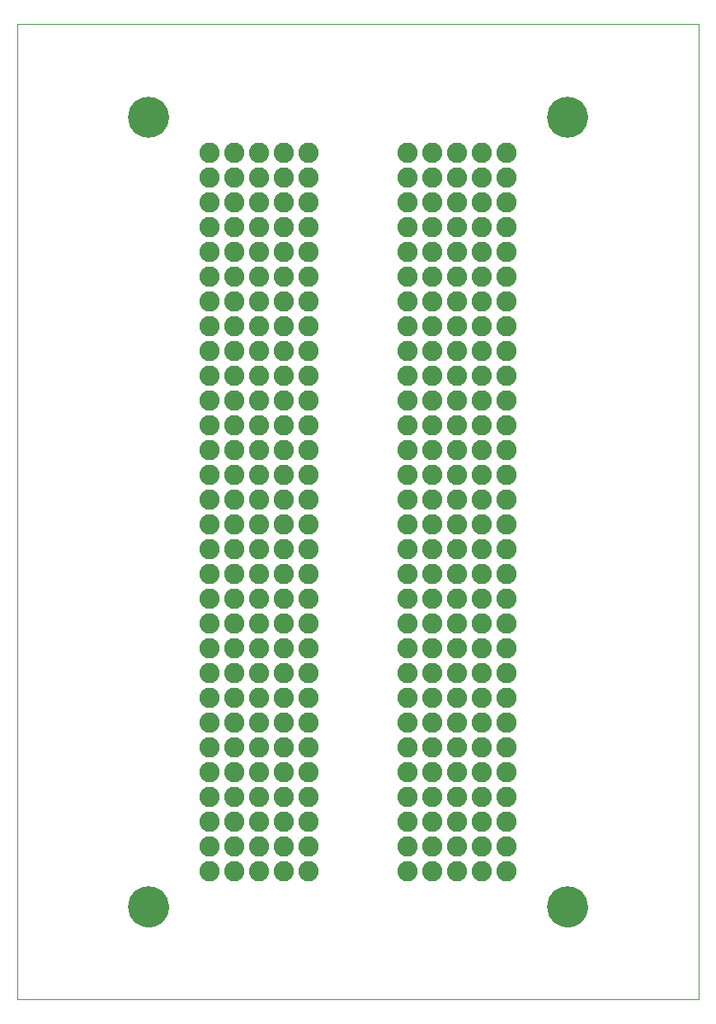
<source format=gts>
G75*
%MOIN*%
%OFA0B0*%
%FSLAX25Y25*%
%IPPOS*%
%LPD*%
%AMOC8*
5,1,8,0,0,1.08239X$1,22.5*
%
%ADD10C,0.00000*%
%ADD11C,0.16548*%
%ADD12C,0.08200*%
D10*
X0001000Y0001850D02*
X0001000Y0395551D01*
X0276591Y0395551D01*
X0276591Y0001850D01*
X0001000Y0001850D01*
X0046276Y0039252D02*
X0046278Y0039445D01*
X0046285Y0039638D01*
X0046297Y0039831D01*
X0046314Y0040024D01*
X0046335Y0040216D01*
X0046361Y0040407D01*
X0046392Y0040598D01*
X0046427Y0040788D01*
X0046467Y0040977D01*
X0046512Y0041165D01*
X0046561Y0041352D01*
X0046615Y0041538D01*
X0046673Y0041722D01*
X0046736Y0041905D01*
X0046804Y0042086D01*
X0046875Y0042265D01*
X0046952Y0042443D01*
X0047032Y0042619D01*
X0047117Y0042792D01*
X0047206Y0042964D01*
X0047299Y0043133D01*
X0047396Y0043300D01*
X0047498Y0043465D01*
X0047603Y0043627D01*
X0047712Y0043786D01*
X0047826Y0043943D01*
X0047943Y0044096D01*
X0048063Y0044247D01*
X0048188Y0044395D01*
X0048316Y0044540D01*
X0048447Y0044681D01*
X0048582Y0044820D01*
X0048721Y0044955D01*
X0048862Y0045086D01*
X0049007Y0045214D01*
X0049155Y0045339D01*
X0049306Y0045459D01*
X0049459Y0045576D01*
X0049616Y0045690D01*
X0049775Y0045799D01*
X0049937Y0045904D01*
X0050102Y0046006D01*
X0050269Y0046103D01*
X0050438Y0046196D01*
X0050610Y0046285D01*
X0050783Y0046370D01*
X0050959Y0046450D01*
X0051137Y0046527D01*
X0051316Y0046598D01*
X0051497Y0046666D01*
X0051680Y0046729D01*
X0051864Y0046787D01*
X0052050Y0046841D01*
X0052237Y0046890D01*
X0052425Y0046935D01*
X0052614Y0046975D01*
X0052804Y0047010D01*
X0052995Y0047041D01*
X0053186Y0047067D01*
X0053378Y0047088D01*
X0053571Y0047105D01*
X0053764Y0047117D01*
X0053957Y0047124D01*
X0054150Y0047126D01*
X0054343Y0047124D01*
X0054536Y0047117D01*
X0054729Y0047105D01*
X0054922Y0047088D01*
X0055114Y0047067D01*
X0055305Y0047041D01*
X0055496Y0047010D01*
X0055686Y0046975D01*
X0055875Y0046935D01*
X0056063Y0046890D01*
X0056250Y0046841D01*
X0056436Y0046787D01*
X0056620Y0046729D01*
X0056803Y0046666D01*
X0056984Y0046598D01*
X0057163Y0046527D01*
X0057341Y0046450D01*
X0057517Y0046370D01*
X0057690Y0046285D01*
X0057862Y0046196D01*
X0058031Y0046103D01*
X0058198Y0046006D01*
X0058363Y0045904D01*
X0058525Y0045799D01*
X0058684Y0045690D01*
X0058841Y0045576D01*
X0058994Y0045459D01*
X0059145Y0045339D01*
X0059293Y0045214D01*
X0059438Y0045086D01*
X0059579Y0044955D01*
X0059718Y0044820D01*
X0059853Y0044681D01*
X0059984Y0044540D01*
X0060112Y0044395D01*
X0060237Y0044247D01*
X0060357Y0044096D01*
X0060474Y0043943D01*
X0060588Y0043786D01*
X0060697Y0043627D01*
X0060802Y0043465D01*
X0060904Y0043300D01*
X0061001Y0043133D01*
X0061094Y0042964D01*
X0061183Y0042792D01*
X0061268Y0042619D01*
X0061348Y0042443D01*
X0061425Y0042265D01*
X0061496Y0042086D01*
X0061564Y0041905D01*
X0061627Y0041722D01*
X0061685Y0041538D01*
X0061739Y0041352D01*
X0061788Y0041165D01*
X0061833Y0040977D01*
X0061873Y0040788D01*
X0061908Y0040598D01*
X0061939Y0040407D01*
X0061965Y0040216D01*
X0061986Y0040024D01*
X0062003Y0039831D01*
X0062015Y0039638D01*
X0062022Y0039445D01*
X0062024Y0039252D01*
X0062022Y0039059D01*
X0062015Y0038866D01*
X0062003Y0038673D01*
X0061986Y0038480D01*
X0061965Y0038288D01*
X0061939Y0038097D01*
X0061908Y0037906D01*
X0061873Y0037716D01*
X0061833Y0037527D01*
X0061788Y0037339D01*
X0061739Y0037152D01*
X0061685Y0036966D01*
X0061627Y0036782D01*
X0061564Y0036599D01*
X0061496Y0036418D01*
X0061425Y0036239D01*
X0061348Y0036061D01*
X0061268Y0035885D01*
X0061183Y0035712D01*
X0061094Y0035540D01*
X0061001Y0035371D01*
X0060904Y0035204D01*
X0060802Y0035039D01*
X0060697Y0034877D01*
X0060588Y0034718D01*
X0060474Y0034561D01*
X0060357Y0034408D01*
X0060237Y0034257D01*
X0060112Y0034109D01*
X0059984Y0033964D01*
X0059853Y0033823D01*
X0059718Y0033684D01*
X0059579Y0033549D01*
X0059438Y0033418D01*
X0059293Y0033290D01*
X0059145Y0033165D01*
X0058994Y0033045D01*
X0058841Y0032928D01*
X0058684Y0032814D01*
X0058525Y0032705D01*
X0058363Y0032600D01*
X0058198Y0032498D01*
X0058031Y0032401D01*
X0057862Y0032308D01*
X0057690Y0032219D01*
X0057517Y0032134D01*
X0057341Y0032054D01*
X0057163Y0031977D01*
X0056984Y0031906D01*
X0056803Y0031838D01*
X0056620Y0031775D01*
X0056436Y0031717D01*
X0056250Y0031663D01*
X0056063Y0031614D01*
X0055875Y0031569D01*
X0055686Y0031529D01*
X0055496Y0031494D01*
X0055305Y0031463D01*
X0055114Y0031437D01*
X0054922Y0031416D01*
X0054729Y0031399D01*
X0054536Y0031387D01*
X0054343Y0031380D01*
X0054150Y0031378D01*
X0053957Y0031380D01*
X0053764Y0031387D01*
X0053571Y0031399D01*
X0053378Y0031416D01*
X0053186Y0031437D01*
X0052995Y0031463D01*
X0052804Y0031494D01*
X0052614Y0031529D01*
X0052425Y0031569D01*
X0052237Y0031614D01*
X0052050Y0031663D01*
X0051864Y0031717D01*
X0051680Y0031775D01*
X0051497Y0031838D01*
X0051316Y0031906D01*
X0051137Y0031977D01*
X0050959Y0032054D01*
X0050783Y0032134D01*
X0050610Y0032219D01*
X0050438Y0032308D01*
X0050269Y0032401D01*
X0050102Y0032498D01*
X0049937Y0032600D01*
X0049775Y0032705D01*
X0049616Y0032814D01*
X0049459Y0032928D01*
X0049306Y0033045D01*
X0049155Y0033165D01*
X0049007Y0033290D01*
X0048862Y0033418D01*
X0048721Y0033549D01*
X0048582Y0033684D01*
X0048447Y0033823D01*
X0048316Y0033964D01*
X0048188Y0034109D01*
X0048063Y0034257D01*
X0047943Y0034408D01*
X0047826Y0034561D01*
X0047712Y0034718D01*
X0047603Y0034877D01*
X0047498Y0035039D01*
X0047396Y0035204D01*
X0047299Y0035371D01*
X0047206Y0035540D01*
X0047117Y0035712D01*
X0047032Y0035885D01*
X0046952Y0036061D01*
X0046875Y0036239D01*
X0046804Y0036418D01*
X0046736Y0036599D01*
X0046673Y0036782D01*
X0046615Y0036966D01*
X0046561Y0037152D01*
X0046512Y0037339D01*
X0046467Y0037527D01*
X0046427Y0037716D01*
X0046392Y0037906D01*
X0046361Y0038097D01*
X0046335Y0038288D01*
X0046314Y0038480D01*
X0046297Y0038673D01*
X0046285Y0038866D01*
X0046278Y0039059D01*
X0046276Y0039252D01*
X0215567Y0039252D02*
X0215569Y0039445D01*
X0215576Y0039638D01*
X0215588Y0039831D01*
X0215605Y0040024D01*
X0215626Y0040216D01*
X0215652Y0040407D01*
X0215683Y0040598D01*
X0215718Y0040788D01*
X0215758Y0040977D01*
X0215803Y0041165D01*
X0215852Y0041352D01*
X0215906Y0041538D01*
X0215964Y0041722D01*
X0216027Y0041905D01*
X0216095Y0042086D01*
X0216166Y0042265D01*
X0216243Y0042443D01*
X0216323Y0042619D01*
X0216408Y0042792D01*
X0216497Y0042964D01*
X0216590Y0043133D01*
X0216687Y0043300D01*
X0216789Y0043465D01*
X0216894Y0043627D01*
X0217003Y0043786D01*
X0217117Y0043943D01*
X0217234Y0044096D01*
X0217354Y0044247D01*
X0217479Y0044395D01*
X0217607Y0044540D01*
X0217738Y0044681D01*
X0217873Y0044820D01*
X0218012Y0044955D01*
X0218153Y0045086D01*
X0218298Y0045214D01*
X0218446Y0045339D01*
X0218597Y0045459D01*
X0218750Y0045576D01*
X0218907Y0045690D01*
X0219066Y0045799D01*
X0219228Y0045904D01*
X0219393Y0046006D01*
X0219560Y0046103D01*
X0219729Y0046196D01*
X0219901Y0046285D01*
X0220074Y0046370D01*
X0220250Y0046450D01*
X0220428Y0046527D01*
X0220607Y0046598D01*
X0220788Y0046666D01*
X0220971Y0046729D01*
X0221155Y0046787D01*
X0221341Y0046841D01*
X0221528Y0046890D01*
X0221716Y0046935D01*
X0221905Y0046975D01*
X0222095Y0047010D01*
X0222286Y0047041D01*
X0222477Y0047067D01*
X0222669Y0047088D01*
X0222862Y0047105D01*
X0223055Y0047117D01*
X0223248Y0047124D01*
X0223441Y0047126D01*
X0223634Y0047124D01*
X0223827Y0047117D01*
X0224020Y0047105D01*
X0224213Y0047088D01*
X0224405Y0047067D01*
X0224596Y0047041D01*
X0224787Y0047010D01*
X0224977Y0046975D01*
X0225166Y0046935D01*
X0225354Y0046890D01*
X0225541Y0046841D01*
X0225727Y0046787D01*
X0225911Y0046729D01*
X0226094Y0046666D01*
X0226275Y0046598D01*
X0226454Y0046527D01*
X0226632Y0046450D01*
X0226808Y0046370D01*
X0226981Y0046285D01*
X0227153Y0046196D01*
X0227322Y0046103D01*
X0227489Y0046006D01*
X0227654Y0045904D01*
X0227816Y0045799D01*
X0227975Y0045690D01*
X0228132Y0045576D01*
X0228285Y0045459D01*
X0228436Y0045339D01*
X0228584Y0045214D01*
X0228729Y0045086D01*
X0228870Y0044955D01*
X0229009Y0044820D01*
X0229144Y0044681D01*
X0229275Y0044540D01*
X0229403Y0044395D01*
X0229528Y0044247D01*
X0229648Y0044096D01*
X0229765Y0043943D01*
X0229879Y0043786D01*
X0229988Y0043627D01*
X0230093Y0043465D01*
X0230195Y0043300D01*
X0230292Y0043133D01*
X0230385Y0042964D01*
X0230474Y0042792D01*
X0230559Y0042619D01*
X0230639Y0042443D01*
X0230716Y0042265D01*
X0230787Y0042086D01*
X0230855Y0041905D01*
X0230918Y0041722D01*
X0230976Y0041538D01*
X0231030Y0041352D01*
X0231079Y0041165D01*
X0231124Y0040977D01*
X0231164Y0040788D01*
X0231199Y0040598D01*
X0231230Y0040407D01*
X0231256Y0040216D01*
X0231277Y0040024D01*
X0231294Y0039831D01*
X0231306Y0039638D01*
X0231313Y0039445D01*
X0231315Y0039252D01*
X0231313Y0039059D01*
X0231306Y0038866D01*
X0231294Y0038673D01*
X0231277Y0038480D01*
X0231256Y0038288D01*
X0231230Y0038097D01*
X0231199Y0037906D01*
X0231164Y0037716D01*
X0231124Y0037527D01*
X0231079Y0037339D01*
X0231030Y0037152D01*
X0230976Y0036966D01*
X0230918Y0036782D01*
X0230855Y0036599D01*
X0230787Y0036418D01*
X0230716Y0036239D01*
X0230639Y0036061D01*
X0230559Y0035885D01*
X0230474Y0035712D01*
X0230385Y0035540D01*
X0230292Y0035371D01*
X0230195Y0035204D01*
X0230093Y0035039D01*
X0229988Y0034877D01*
X0229879Y0034718D01*
X0229765Y0034561D01*
X0229648Y0034408D01*
X0229528Y0034257D01*
X0229403Y0034109D01*
X0229275Y0033964D01*
X0229144Y0033823D01*
X0229009Y0033684D01*
X0228870Y0033549D01*
X0228729Y0033418D01*
X0228584Y0033290D01*
X0228436Y0033165D01*
X0228285Y0033045D01*
X0228132Y0032928D01*
X0227975Y0032814D01*
X0227816Y0032705D01*
X0227654Y0032600D01*
X0227489Y0032498D01*
X0227322Y0032401D01*
X0227153Y0032308D01*
X0226981Y0032219D01*
X0226808Y0032134D01*
X0226632Y0032054D01*
X0226454Y0031977D01*
X0226275Y0031906D01*
X0226094Y0031838D01*
X0225911Y0031775D01*
X0225727Y0031717D01*
X0225541Y0031663D01*
X0225354Y0031614D01*
X0225166Y0031569D01*
X0224977Y0031529D01*
X0224787Y0031494D01*
X0224596Y0031463D01*
X0224405Y0031437D01*
X0224213Y0031416D01*
X0224020Y0031399D01*
X0223827Y0031387D01*
X0223634Y0031380D01*
X0223441Y0031378D01*
X0223248Y0031380D01*
X0223055Y0031387D01*
X0222862Y0031399D01*
X0222669Y0031416D01*
X0222477Y0031437D01*
X0222286Y0031463D01*
X0222095Y0031494D01*
X0221905Y0031529D01*
X0221716Y0031569D01*
X0221528Y0031614D01*
X0221341Y0031663D01*
X0221155Y0031717D01*
X0220971Y0031775D01*
X0220788Y0031838D01*
X0220607Y0031906D01*
X0220428Y0031977D01*
X0220250Y0032054D01*
X0220074Y0032134D01*
X0219901Y0032219D01*
X0219729Y0032308D01*
X0219560Y0032401D01*
X0219393Y0032498D01*
X0219228Y0032600D01*
X0219066Y0032705D01*
X0218907Y0032814D01*
X0218750Y0032928D01*
X0218597Y0033045D01*
X0218446Y0033165D01*
X0218298Y0033290D01*
X0218153Y0033418D01*
X0218012Y0033549D01*
X0217873Y0033684D01*
X0217738Y0033823D01*
X0217607Y0033964D01*
X0217479Y0034109D01*
X0217354Y0034257D01*
X0217234Y0034408D01*
X0217117Y0034561D01*
X0217003Y0034718D01*
X0216894Y0034877D01*
X0216789Y0035039D01*
X0216687Y0035204D01*
X0216590Y0035371D01*
X0216497Y0035540D01*
X0216408Y0035712D01*
X0216323Y0035885D01*
X0216243Y0036061D01*
X0216166Y0036239D01*
X0216095Y0036418D01*
X0216027Y0036599D01*
X0215964Y0036782D01*
X0215906Y0036966D01*
X0215852Y0037152D01*
X0215803Y0037339D01*
X0215758Y0037527D01*
X0215718Y0037716D01*
X0215683Y0037906D01*
X0215652Y0038097D01*
X0215626Y0038288D01*
X0215605Y0038480D01*
X0215588Y0038673D01*
X0215576Y0038866D01*
X0215569Y0039059D01*
X0215567Y0039252D01*
X0215567Y0358149D02*
X0215569Y0358342D01*
X0215576Y0358535D01*
X0215588Y0358728D01*
X0215605Y0358921D01*
X0215626Y0359113D01*
X0215652Y0359304D01*
X0215683Y0359495D01*
X0215718Y0359685D01*
X0215758Y0359874D01*
X0215803Y0360062D01*
X0215852Y0360249D01*
X0215906Y0360435D01*
X0215964Y0360619D01*
X0216027Y0360802D01*
X0216095Y0360983D01*
X0216166Y0361162D01*
X0216243Y0361340D01*
X0216323Y0361516D01*
X0216408Y0361689D01*
X0216497Y0361861D01*
X0216590Y0362030D01*
X0216687Y0362197D01*
X0216789Y0362362D01*
X0216894Y0362524D01*
X0217003Y0362683D01*
X0217117Y0362840D01*
X0217234Y0362993D01*
X0217354Y0363144D01*
X0217479Y0363292D01*
X0217607Y0363437D01*
X0217738Y0363578D01*
X0217873Y0363717D01*
X0218012Y0363852D01*
X0218153Y0363983D01*
X0218298Y0364111D01*
X0218446Y0364236D01*
X0218597Y0364356D01*
X0218750Y0364473D01*
X0218907Y0364587D01*
X0219066Y0364696D01*
X0219228Y0364801D01*
X0219393Y0364903D01*
X0219560Y0365000D01*
X0219729Y0365093D01*
X0219901Y0365182D01*
X0220074Y0365267D01*
X0220250Y0365347D01*
X0220428Y0365424D01*
X0220607Y0365495D01*
X0220788Y0365563D01*
X0220971Y0365626D01*
X0221155Y0365684D01*
X0221341Y0365738D01*
X0221528Y0365787D01*
X0221716Y0365832D01*
X0221905Y0365872D01*
X0222095Y0365907D01*
X0222286Y0365938D01*
X0222477Y0365964D01*
X0222669Y0365985D01*
X0222862Y0366002D01*
X0223055Y0366014D01*
X0223248Y0366021D01*
X0223441Y0366023D01*
X0223634Y0366021D01*
X0223827Y0366014D01*
X0224020Y0366002D01*
X0224213Y0365985D01*
X0224405Y0365964D01*
X0224596Y0365938D01*
X0224787Y0365907D01*
X0224977Y0365872D01*
X0225166Y0365832D01*
X0225354Y0365787D01*
X0225541Y0365738D01*
X0225727Y0365684D01*
X0225911Y0365626D01*
X0226094Y0365563D01*
X0226275Y0365495D01*
X0226454Y0365424D01*
X0226632Y0365347D01*
X0226808Y0365267D01*
X0226981Y0365182D01*
X0227153Y0365093D01*
X0227322Y0365000D01*
X0227489Y0364903D01*
X0227654Y0364801D01*
X0227816Y0364696D01*
X0227975Y0364587D01*
X0228132Y0364473D01*
X0228285Y0364356D01*
X0228436Y0364236D01*
X0228584Y0364111D01*
X0228729Y0363983D01*
X0228870Y0363852D01*
X0229009Y0363717D01*
X0229144Y0363578D01*
X0229275Y0363437D01*
X0229403Y0363292D01*
X0229528Y0363144D01*
X0229648Y0362993D01*
X0229765Y0362840D01*
X0229879Y0362683D01*
X0229988Y0362524D01*
X0230093Y0362362D01*
X0230195Y0362197D01*
X0230292Y0362030D01*
X0230385Y0361861D01*
X0230474Y0361689D01*
X0230559Y0361516D01*
X0230639Y0361340D01*
X0230716Y0361162D01*
X0230787Y0360983D01*
X0230855Y0360802D01*
X0230918Y0360619D01*
X0230976Y0360435D01*
X0231030Y0360249D01*
X0231079Y0360062D01*
X0231124Y0359874D01*
X0231164Y0359685D01*
X0231199Y0359495D01*
X0231230Y0359304D01*
X0231256Y0359113D01*
X0231277Y0358921D01*
X0231294Y0358728D01*
X0231306Y0358535D01*
X0231313Y0358342D01*
X0231315Y0358149D01*
X0231313Y0357956D01*
X0231306Y0357763D01*
X0231294Y0357570D01*
X0231277Y0357377D01*
X0231256Y0357185D01*
X0231230Y0356994D01*
X0231199Y0356803D01*
X0231164Y0356613D01*
X0231124Y0356424D01*
X0231079Y0356236D01*
X0231030Y0356049D01*
X0230976Y0355863D01*
X0230918Y0355679D01*
X0230855Y0355496D01*
X0230787Y0355315D01*
X0230716Y0355136D01*
X0230639Y0354958D01*
X0230559Y0354782D01*
X0230474Y0354609D01*
X0230385Y0354437D01*
X0230292Y0354268D01*
X0230195Y0354101D01*
X0230093Y0353936D01*
X0229988Y0353774D01*
X0229879Y0353615D01*
X0229765Y0353458D01*
X0229648Y0353305D01*
X0229528Y0353154D01*
X0229403Y0353006D01*
X0229275Y0352861D01*
X0229144Y0352720D01*
X0229009Y0352581D01*
X0228870Y0352446D01*
X0228729Y0352315D01*
X0228584Y0352187D01*
X0228436Y0352062D01*
X0228285Y0351942D01*
X0228132Y0351825D01*
X0227975Y0351711D01*
X0227816Y0351602D01*
X0227654Y0351497D01*
X0227489Y0351395D01*
X0227322Y0351298D01*
X0227153Y0351205D01*
X0226981Y0351116D01*
X0226808Y0351031D01*
X0226632Y0350951D01*
X0226454Y0350874D01*
X0226275Y0350803D01*
X0226094Y0350735D01*
X0225911Y0350672D01*
X0225727Y0350614D01*
X0225541Y0350560D01*
X0225354Y0350511D01*
X0225166Y0350466D01*
X0224977Y0350426D01*
X0224787Y0350391D01*
X0224596Y0350360D01*
X0224405Y0350334D01*
X0224213Y0350313D01*
X0224020Y0350296D01*
X0223827Y0350284D01*
X0223634Y0350277D01*
X0223441Y0350275D01*
X0223248Y0350277D01*
X0223055Y0350284D01*
X0222862Y0350296D01*
X0222669Y0350313D01*
X0222477Y0350334D01*
X0222286Y0350360D01*
X0222095Y0350391D01*
X0221905Y0350426D01*
X0221716Y0350466D01*
X0221528Y0350511D01*
X0221341Y0350560D01*
X0221155Y0350614D01*
X0220971Y0350672D01*
X0220788Y0350735D01*
X0220607Y0350803D01*
X0220428Y0350874D01*
X0220250Y0350951D01*
X0220074Y0351031D01*
X0219901Y0351116D01*
X0219729Y0351205D01*
X0219560Y0351298D01*
X0219393Y0351395D01*
X0219228Y0351497D01*
X0219066Y0351602D01*
X0218907Y0351711D01*
X0218750Y0351825D01*
X0218597Y0351942D01*
X0218446Y0352062D01*
X0218298Y0352187D01*
X0218153Y0352315D01*
X0218012Y0352446D01*
X0217873Y0352581D01*
X0217738Y0352720D01*
X0217607Y0352861D01*
X0217479Y0353006D01*
X0217354Y0353154D01*
X0217234Y0353305D01*
X0217117Y0353458D01*
X0217003Y0353615D01*
X0216894Y0353774D01*
X0216789Y0353936D01*
X0216687Y0354101D01*
X0216590Y0354268D01*
X0216497Y0354437D01*
X0216408Y0354609D01*
X0216323Y0354782D01*
X0216243Y0354958D01*
X0216166Y0355136D01*
X0216095Y0355315D01*
X0216027Y0355496D01*
X0215964Y0355679D01*
X0215906Y0355863D01*
X0215852Y0356049D01*
X0215803Y0356236D01*
X0215758Y0356424D01*
X0215718Y0356613D01*
X0215683Y0356803D01*
X0215652Y0356994D01*
X0215626Y0357185D01*
X0215605Y0357377D01*
X0215588Y0357570D01*
X0215576Y0357763D01*
X0215569Y0357956D01*
X0215567Y0358149D01*
X0046276Y0358149D02*
X0046278Y0358342D01*
X0046285Y0358535D01*
X0046297Y0358728D01*
X0046314Y0358921D01*
X0046335Y0359113D01*
X0046361Y0359304D01*
X0046392Y0359495D01*
X0046427Y0359685D01*
X0046467Y0359874D01*
X0046512Y0360062D01*
X0046561Y0360249D01*
X0046615Y0360435D01*
X0046673Y0360619D01*
X0046736Y0360802D01*
X0046804Y0360983D01*
X0046875Y0361162D01*
X0046952Y0361340D01*
X0047032Y0361516D01*
X0047117Y0361689D01*
X0047206Y0361861D01*
X0047299Y0362030D01*
X0047396Y0362197D01*
X0047498Y0362362D01*
X0047603Y0362524D01*
X0047712Y0362683D01*
X0047826Y0362840D01*
X0047943Y0362993D01*
X0048063Y0363144D01*
X0048188Y0363292D01*
X0048316Y0363437D01*
X0048447Y0363578D01*
X0048582Y0363717D01*
X0048721Y0363852D01*
X0048862Y0363983D01*
X0049007Y0364111D01*
X0049155Y0364236D01*
X0049306Y0364356D01*
X0049459Y0364473D01*
X0049616Y0364587D01*
X0049775Y0364696D01*
X0049937Y0364801D01*
X0050102Y0364903D01*
X0050269Y0365000D01*
X0050438Y0365093D01*
X0050610Y0365182D01*
X0050783Y0365267D01*
X0050959Y0365347D01*
X0051137Y0365424D01*
X0051316Y0365495D01*
X0051497Y0365563D01*
X0051680Y0365626D01*
X0051864Y0365684D01*
X0052050Y0365738D01*
X0052237Y0365787D01*
X0052425Y0365832D01*
X0052614Y0365872D01*
X0052804Y0365907D01*
X0052995Y0365938D01*
X0053186Y0365964D01*
X0053378Y0365985D01*
X0053571Y0366002D01*
X0053764Y0366014D01*
X0053957Y0366021D01*
X0054150Y0366023D01*
X0054343Y0366021D01*
X0054536Y0366014D01*
X0054729Y0366002D01*
X0054922Y0365985D01*
X0055114Y0365964D01*
X0055305Y0365938D01*
X0055496Y0365907D01*
X0055686Y0365872D01*
X0055875Y0365832D01*
X0056063Y0365787D01*
X0056250Y0365738D01*
X0056436Y0365684D01*
X0056620Y0365626D01*
X0056803Y0365563D01*
X0056984Y0365495D01*
X0057163Y0365424D01*
X0057341Y0365347D01*
X0057517Y0365267D01*
X0057690Y0365182D01*
X0057862Y0365093D01*
X0058031Y0365000D01*
X0058198Y0364903D01*
X0058363Y0364801D01*
X0058525Y0364696D01*
X0058684Y0364587D01*
X0058841Y0364473D01*
X0058994Y0364356D01*
X0059145Y0364236D01*
X0059293Y0364111D01*
X0059438Y0363983D01*
X0059579Y0363852D01*
X0059718Y0363717D01*
X0059853Y0363578D01*
X0059984Y0363437D01*
X0060112Y0363292D01*
X0060237Y0363144D01*
X0060357Y0362993D01*
X0060474Y0362840D01*
X0060588Y0362683D01*
X0060697Y0362524D01*
X0060802Y0362362D01*
X0060904Y0362197D01*
X0061001Y0362030D01*
X0061094Y0361861D01*
X0061183Y0361689D01*
X0061268Y0361516D01*
X0061348Y0361340D01*
X0061425Y0361162D01*
X0061496Y0360983D01*
X0061564Y0360802D01*
X0061627Y0360619D01*
X0061685Y0360435D01*
X0061739Y0360249D01*
X0061788Y0360062D01*
X0061833Y0359874D01*
X0061873Y0359685D01*
X0061908Y0359495D01*
X0061939Y0359304D01*
X0061965Y0359113D01*
X0061986Y0358921D01*
X0062003Y0358728D01*
X0062015Y0358535D01*
X0062022Y0358342D01*
X0062024Y0358149D01*
X0062022Y0357956D01*
X0062015Y0357763D01*
X0062003Y0357570D01*
X0061986Y0357377D01*
X0061965Y0357185D01*
X0061939Y0356994D01*
X0061908Y0356803D01*
X0061873Y0356613D01*
X0061833Y0356424D01*
X0061788Y0356236D01*
X0061739Y0356049D01*
X0061685Y0355863D01*
X0061627Y0355679D01*
X0061564Y0355496D01*
X0061496Y0355315D01*
X0061425Y0355136D01*
X0061348Y0354958D01*
X0061268Y0354782D01*
X0061183Y0354609D01*
X0061094Y0354437D01*
X0061001Y0354268D01*
X0060904Y0354101D01*
X0060802Y0353936D01*
X0060697Y0353774D01*
X0060588Y0353615D01*
X0060474Y0353458D01*
X0060357Y0353305D01*
X0060237Y0353154D01*
X0060112Y0353006D01*
X0059984Y0352861D01*
X0059853Y0352720D01*
X0059718Y0352581D01*
X0059579Y0352446D01*
X0059438Y0352315D01*
X0059293Y0352187D01*
X0059145Y0352062D01*
X0058994Y0351942D01*
X0058841Y0351825D01*
X0058684Y0351711D01*
X0058525Y0351602D01*
X0058363Y0351497D01*
X0058198Y0351395D01*
X0058031Y0351298D01*
X0057862Y0351205D01*
X0057690Y0351116D01*
X0057517Y0351031D01*
X0057341Y0350951D01*
X0057163Y0350874D01*
X0056984Y0350803D01*
X0056803Y0350735D01*
X0056620Y0350672D01*
X0056436Y0350614D01*
X0056250Y0350560D01*
X0056063Y0350511D01*
X0055875Y0350466D01*
X0055686Y0350426D01*
X0055496Y0350391D01*
X0055305Y0350360D01*
X0055114Y0350334D01*
X0054922Y0350313D01*
X0054729Y0350296D01*
X0054536Y0350284D01*
X0054343Y0350277D01*
X0054150Y0350275D01*
X0053957Y0350277D01*
X0053764Y0350284D01*
X0053571Y0350296D01*
X0053378Y0350313D01*
X0053186Y0350334D01*
X0052995Y0350360D01*
X0052804Y0350391D01*
X0052614Y0350426D01*
X0052425Y0350466D01*
X0052237Y0350511D01*
X0052050Y0350560D01*
X0051864Y0350614D01*
X0051680Y0350672D01*
X0051497Y0350735D01*
X0051316Y0350803D01*
X0051137Y0350874D01*
X0050959Y0350951D01*
X0050783Y0351031D01*
X0050610Y0351116D01*
X0050438Y0351205D01*
X0050269Y0351298D01*
X0050102Y0351395D01*
X0049937Y0351497D01*
X0049775Y0351602D01*
X0049616Y0351711D01*
X0049459Y0351825D01*
X0049306Y0351942D01*
X0049155Y0352062D01*
X0049007Y0352187D01*
X0048862Y0352315D01*
X0048721Y0352446D01*
X0048582Y0352581D01*
X0048447Y0352720D01*
X0048316Y0352861D01*
X0048188Y0353006D01*
X0048063Y0353154D01*
X0047943Y0353305D01*
X0047826Y0353458D01*
X0047712Y0353615D01*
X0047603Y0353774D01*
X0047498Y0353936D01*
X0047396Y0354101D01*
X0047299Y0354268D01*
X0047206Y0354437D01*
X0047117Y0354609D01*
X0047032Y0354782D01*
X0046952Y0354958D01*
X0046875Y0355136D01*
X0046804Y0355315D01*
X0046736Y0355496D01*
X0046673Y0355679D01*
X0046615Y0355863D01*
X0046561Y0356049D01*
X0046512Y0356236D01*
X0046467Y0356424D01*
X0046427Y0356613D01*
X0046392Y0356803D01*
X0046361Y0356994D01*
X0046335Y0357185D01*
X0046314Y0357377D01*
X0046297Y0357570D01*
X0046285Y0357763D01*
X0046278Y0357956D01*
X0046276Y0358149D01*
D11*
X0054150Y0358149D03*
X0223441Y0358149D03*
X0223441Y0039252D03*
X0054150Y0039252D03*
D12*
X0078795Y0053700D03*
X0088795Y0053700D03*
X0088795Y0063700D03*
X0088795Y0073700D03*
X0078795Y0073700D03*
X0078795Y0063700D03*
X0078795Y0083700D03*
X0078795Y0093700D03*
X0088795Y0093700D03*
X0088795Y0083700D03*
X0098795Y0083700D03*
X0098795Y0093700D03*
X0098795Y0103700D03*
X0098795Y0113700D03*
X0098795Y0123700D03*
X0098795Y0133700D03*
X0098795Y0143700D03*
X0098795Y0153700D03*
X0098795Y0163700D03*
X0098795Y0173700D03*
X0098795Y0183700D03*
X0098795Y0193700D03*
X0098795Y0203700D03*
X0098795Y0213700D03*
X0098795Y0223700D03*
X0098795Y0233700D03*
X0098795Y0243700D03*
X0098795Y0253700D03*
X0098795Y0263700D03*
X0098795Y0273700D03*
X0098795Y0283700D03*
X0098795Y0293700D03*
X0098795Y0303700D03*
X0098795Y0313700D03*
X0098795Y0323700D03*
X0098795Y0333700D03*
X0098795Y0343700D03*
X0088795Y0343700D03*
X0088795Y0333700D03*
X0088795Y0323700D03*
X0088795Y0313700D03*
X0088795Y0303700D03*
X0088795Y0293700D03*
X0088795Y0283700D03*
X0088795Y0273700D03*
X0088795Y0263700D03*
X0088795Y0253700D03*
X0088795Y0243700D03*
X0088795Y0233700D03*
X0088795Y0223700D03*
X0088795Y0213700D03*
X0088795Y0203700D03*
X0088795Y0193700D03*
X0088795Y0183700D03*
X0088795Y0173700D03*
X0088795Y0163700D03*
X0088795Y0153700D03*
X0088795Y0143700D03*
X0088795Y0133700D03*
X0088795Y0123700D03*
X0088795Y0113700D03*
X0088795Y0103700D03*
X0078795Y0103700D03*
X0078795Y0113700D03*
X0078795Y0123700D03*
X0078795Y0133700D03*
X0078795Y0143700D03*
X0078795Y0153700D03*
X0078795Y0163700D03*
X0078795Y0173700D03*
X0078795Y0183700D03*
X0078795Y0193700D03*
X0078795Y0203700D03*
X0078795Y0213700D03*
X0078795Y0223700D03*
X0078795Y0233700D03*
X0078795Y0243700D03*
X0078795Y0253700D03*
X0078795Y0263700D03*
X0078795Y0273700D03*
X0078795Y0283700D03*
X0078795Y0293700D03*
X0078795Y0303700D03*
X0078795Y0313700D03*
X0078795Y0323700D03*
X0078795Y0333700D03*
X0078795Y0343700D03*
X0108795Y0343700D03*
X0108795Y0333700D03*
X0108795Y0323700D03*
X0108795Y0313700D03*
X0108795Y0303700D03*
X0108795Y0293700D03*
X0108795Y0283700D03*
X0108795Y0273700D03*
X0108795Y0263700D03*
X0108795Y0253700D03*
X0108795Y0243700D03*
X0108795Y0233700D03*
X0108795Y0223700D03*
X0108795Y0213700D03*
X0108795Y0203700D03*
X0108795Y0193700D03*
X0108795Y0183700D03*
X0108795Y0173700D03*
X0108795Y0163700D03*
X0108795Y0153700D03*
X0108795Y0143700D03*
X0108795Y0133700D03*
X0108795Y0123700D03*
X0108795Y0113700D03*
X0108795Y0103700D03*
X0108795Y0093700D03*
X0108795Y0083700D03*
X0108795Y0073700D03*
X0108795Y0063700D03*
X0108795Y0053700D03*
X0118795Y0053700D03*
X0118795Y0063700D03*
X0118795Y0073700D03*
X0118795Y0083700D03*
X0118795Y0093700D03*
X0118795Y0103700D03*
X0118795Y0113700D03*
X0118795Y0123700D03*
X0118795Y0133700D03*
X0118795Y0143700D03*
X0118795Y0153700D03*
X0118795Y0163700D03*
X0118795Y0173700D03*
X0118795Y0183700D03*
X0118795Y0193700D03*
X0118795Y0203700D03*
X0118795Y0213700D03*
X0118795Y0223700D03*
X0118795Y0233700D03*
X0118795Y0243700D03*
X0118795Y0253700D03*
X0118795Y0263700D03*
X0118795Y0273700D03*
X0118795Y0283700D03*
X0118795Y0293700D03*
X0118795Y0303700D03*
X0118795Y0313700D03*
X0118795Y0323700D03*
X0118795Y0333700D03*
X0118795Y0343700D03*
X0158795Y0343700D03*
X0158795Y0333700D03*
X0158795Y0323700D03*
X0158795Y0313700D03*
X0158795Y0303700D03*
X0158795Y0293700D03*
X0158795Y0283700D03*
X0158795Y0273700D03*
X0158795Y0263700D03*
X0158795Y0253700D03*
X0158795Y0243700D03*
X0158795Y0233700D03*
X0158795Y0223700D03*
X0158795Y0213700D03*
X0158795Y0203700D03*
X0158795Y0193700D03*
X0158795Y0183700D03*
X0158795Y0173700D03*
X0158795Y0163700D03*
X0158795Y0153700D03*
X0158795Y0143700D03*
X0158795Y0133700D03*
X0158795Y0123700D03*
X0158795Y0113700D03*
X0158795Y0103700D03*
X0158795Y0093700D03*
X0158795Y0083700D03*
X0158795Y0073700D03*
X0158795Y0063700D03*
X0158795Y0053700D03*
X0168795Y0053700D03*
X0168795Y0063700D03*
X0168795Y0073700D03*
X0168795Y0083700D03*
X0168795Y0093700D03*
X0168795Y0103700D03*
X0168795Y0113700D03*
X0168795Y0123700D03*
X0168795Y0133700D03*
X0168795Y0143700D03*
X0168795Y0153700D03*
X0168795Y0163700D03*
X0168795Y0173700D03*
X0168795Y0183700D03*
X0168795Y0193700D03*
X0168795Y0203700D03*
X0168795Y0213700D03*
X0168795Y0223700D03*
X0168795Y0233700D03*
X0168795Y0243700D03*
X0168795Y0253700D03*
X0168795Y0263700D03*
X0168795Y0273700D03*
X0168795Y0283700D03*
X0168795Y0293700D03*
X0168795Y0303700D03*
X0168795Y0313700D03*
X0168795Y0323700D03*
X0168795Y0333700D03*
X0168795Y0343700D03*
X0178795Y0343700D03*
X0178795Y0333700D03*
X0178795Y0323700D03*
X0178795Y0313700D03*
X0178795Y0303700D03*
X0178795Y0293700D03*
X0178795Y0283700D03*
X0178795Y0273700D03*
X0178795Y0263700D03*
X0178795Y0253700D03*
X0178795Y0243700D03*
X0178795Y0233700D03*
X0178795Y0223700D03*
X0178795Y0213700D03*
X0178795Y0203700D03*
X0178795Y0193700D03*
X0178795Y0183700D03*
X0178795Y0173700D03*
X0178795Y0163700D03*
X0178795Y0153700D03*
X0178795Y0143700D03*
X0178795Y0133700D03*
X0178795Y0123700D03*
X0178795Y0113700D03*
X0178795Y0103700D03*
X0178795Y0093700D03*
X0178795Y0083700D03*
X0178795Y0073700D03*
X0178795Y0063700D03*
X0178795Y0053700D03*
X0188795Y0053700D03*
X0188795Y0063700D03*
X0188795Y0073700D03*
X0188795Y0083700D03*
X0188795Y0093700D03*
X0188795Y0103700D03*
X0188795Y0113700D03*
X0188795Y0123700D03*
X0188795Y0133700D03*
X0188795Y0143700D03*
X0188795Y0153700D03*
X0188795Y0163700D03*
X0188795Y0173700D03*
X0188795Y0183700D03*
X0188795Y0193700D03*
X0188795Y0203700D03*
X0188795Y0213700D03*
X0188795Y0223700D03*
X0188795Y0233700D03*
X0188795Y0243700D03*
X0188795Y0253700D03*
X0188795Y0263700D03*
X0188795Y0273700D03*
X0188795Y0283700D03*
X0188795Y0293700D03*
X0188795Y0303700D03*
X0188795Y0313700D03*
X0188795Y0323700D03*
X0188795Y0333700D03*
X0188795Y0343700D03*
X0198795Y0343700D03*
X0198795Y0333700D03*
X0198795Y0323700D03*
X0198795Y0313700D03*
X0198795Y0303700D03*
X0198795Y0293700D03*
X0198795Y0283700D03*
X0198795Y0273700D03*
X0198795Y0263700D03*
X0198795Y0253700D03*
X0198795Y0243700D03*
X0198795Y0233700D03*
X0198795Y0223700D03*
X0198795Y0213700D03*
X0198795Y0203700D03*
X0198795Y0193700D03*
X0198795Y0183700D03*
X0198795Y0173700D03*
X0198795Y0163700D03*
X0198795Y0153700D03*
X0198795Y0143700D03*
X0198795Y0133700D03*
X0198795Y0123700D03*
X0198795Y0113700D03*
X0198795Y0103700D03*
X0198795Y0093700D03*
X0198795Y0083700D03*
X0198795Y0073700D03*
X0198795Y0063700D03*
X0198795Y0053700D03*
X0098795Y0053700D03*
X0098795Y0063700D03*
X0098795Y0073700D03*
M02*

</source>
